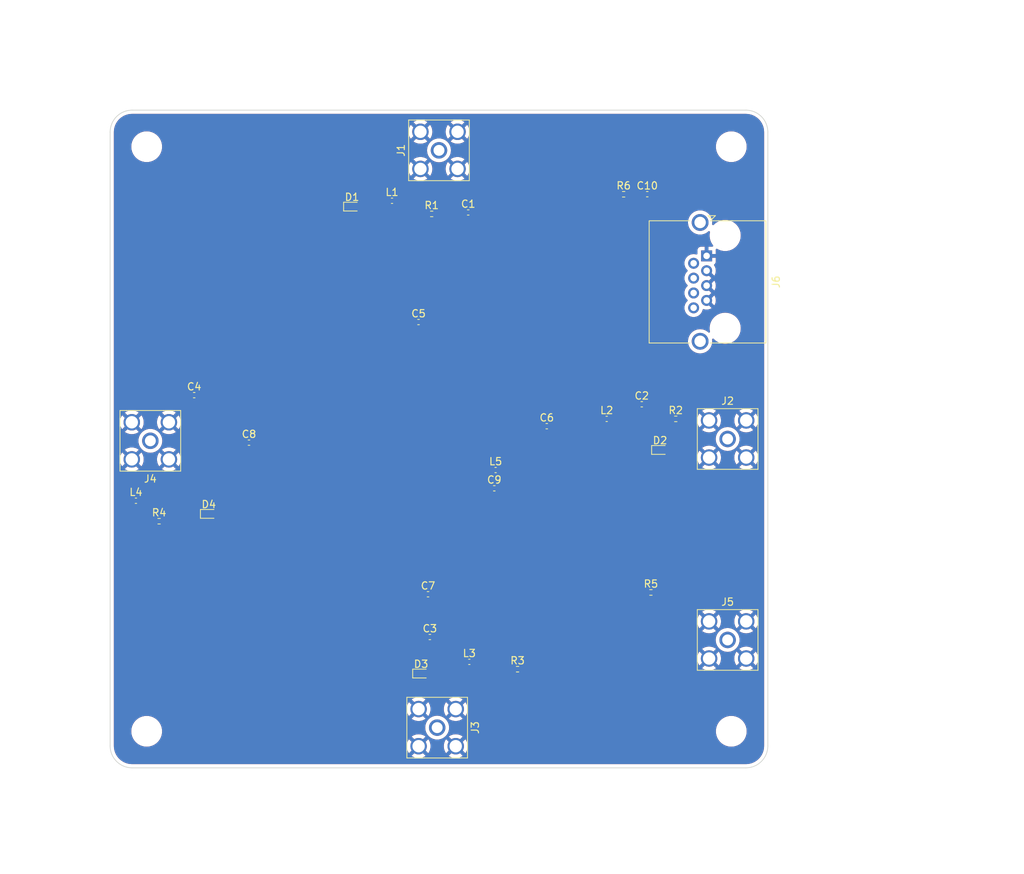
<source format=kicad_pcb>
(kicad_pcb (version 20211014) (generator pcbnew)
  (layers (0 "F.Cu" signal) (31 "B.Cu" signal) (34 "B.Paste" user) (35 "F.Paste" user) (36 "B.SilkS" user "B.Silkscreen") (37 "F.SilkS" user "F.Silkscreen") (38 "B.Mask" user) (39 "F.Mask" user) (44 "Edge.Cuts" user))
  (net 0 "")
  (net 1 "Net-(C1-Pad1)")
  (net 2 "/RF_COM")
  (net 3 "Net-(C2-Pad1)")
  (net 4 "Net-(C3-Pad1)")
  (net 5 "Net-(C4-Pad1)")
  (net 6 "Net-(C5-Pad1)")
  (net 7 "GND")
  (net 8 "Net-(C6-Pad1)")
  (net 9 "Net-(C7-Pad1)")
  (net 10 "Net-(C8-Pad1)")
  (net 11 "/RF_OUT")
  (net 12 "Net-(J6-PadSH)")
  (net 13 "Net-(D1-Pad1)")
  (net 14 "Net-(D2-Pad1)")
  (net 15 "Net-(D3-Pad1)")
  (net 16 "Net-(D4-Pad1)")
  (net 17 "W_BIAS")
  (net 18 "S_BIAS")
  (net 19 "E_BIAS")
  (net 20 "N_BIAS")
  (footprint "Diode_SMD:D_SOD-523" (layer "F.Cu") (at 113.1 53.2)
    (fp_text reference "D1" (at 0 -1.3) (layer "F.SilkS"))
    (fp_text value "D")
    (fp_line (start 0.7 -0.6) (end -1.15 -0.6) (layer "F.SilkS") (width 0.12))
    (fp_line (start 0.7 0.6) (end -1.15 0.6) (layer "F.SilkS") (width 0.12))
    (fp_line (start -1.15 -0.6) (end -1.15 0.6) (layer "F.SilkS") (width 0.12))
    (pad "1" smd rect (at -0.7 0 180) (size 0.6 0.7) (layers "F.Cu" "F.Paste" "F.Mask") (net 13 "Net-(D1-Pad1)"))
    (pad "2" smd rect (at 0.7 0 180) (size 0.6 0.7) (layers "F.Cu" "F.Paste" "F.Mask") (net 1 "Net-(C1-Pad1)"))
  )
  (footprint "Capacitor_SMD:C_0402_1005Metric_Pad0.74x0.62mm_HandSolder" (layer "F.Cu") (at 129 54)
    (fp_text reference "C1" (at 0 -1.16) (layer "F.SilkS"))
    (fp_text value "C")
    (fp_line (start -0.115835 0.36) (end 0.115835 0.36) (layer "F.SilkS") (width 0.12))
    (fp_line (start -0.115835 -0.36) (end 0.115835 -0.36) (layer "F.SilkS") (width 0.12))
    (pad "1" smd roundrect (at -0.5675 0) (size 0.735 0.62) (layers "F.Cu" "F.Paste" "F.Mask") (net 1 "Net-(C1-Pad1)"))
    (pad "2" smd roundrect (at 0.5675 0) (size 0.735 0.62) (layers "F.Cu" "F.Paste" "F.Mask") (net 2 "/RF_COM"))
  )
  (footprint "Capacitor_SMD:C_0402_1005Metric_Pad0.74x0.62mm_HandSolder" (layer "F.Cu") (at 123.5 106.25)
    (fp_text reference "C7" (at 0 -1.16) (layer "F.SilkS"))
    (fp_text value "C")
    (fp_line (start -0.115835 -0.36) (end 0.115835 -0.36) (layer "F.SilkS") (width 0.12))
    (fp_line (start -0.115835 0.36) (end 0.115835 0.36) (layer "F.SilkS") (width 0.12))
    (pad "1" smd roundrect (at -0.5675 0) (size 0.735 0.62) (layers "F.Cu" "F.Paste" "F.Mask") (net 9 "Net-(C7-Pad1)"))
    (pad "2" smd roundrect (at 0.5675 0) (size 0.735 0.62) (layers "F.Cu" "F.Paste" "F.Mask") (net 7 "GND"))
  )
  (footprint "Connector_RJ:RJ45_Amphenol_RJHSE5380" (layer "F.Cu") (at 161.625 59.94 -90)
    (fp_text reference "J6" (at 3.56 -9.5 90) (layer "F.SilkS"))
    (fp_text value "RJ45_Shielded")
    (fp_line (start -4.805 7.86) (end -4.805 2.3) (layer "F.SilkS") (width 0.12))
    (fp_line (start -5.5 -1.2) (end -5 -0.7) (layer "F.SilkS") (width 0.12))
    (fp_line (start -4.76 7.86) (end 11.925 7.86) (layer "F.SilkS") (width 0.12))
    (fp_line (start -4.76 -8.11) (end 11.88 -8.11) (layer "F.SilkS") (width 0.12))
    (fp_line (start -5 -0.7) (end -5.5 -0.2) (layer "F.SilkS") (width 0.12))
    (fp_line (start 11.925 -8.11) (end 11.925 -0.5) (layer "F.SilkS") (width 0.12))
    (fp_line (start -4.805 -8.11) (end -4.805 -0.5) (layer "F.SilkS") (width 0.12))
    (fp_line (start 11.925 7.86) (end 11.925 2.3) (layer "F.SilkS") (width 0.12))
    (fp_line (start -5.5 -0.2) (end -5.5 -1.2) (layer "F.SilkS") (width 0.12))
    (pad "" np_thru_hole circle (at -2.79 -2.54 270) (size 3.25 3.25) (drill 3.25) (layers *.Cu *.Mask))
    (pad "" np_thru_hole circle (at 9.91 -2.54 270) (size 3.25 3.25) (drill 3.25) (layers *.Cu *.Mask))
    (pad "1" thru_hole rect (at 0 0 270) (size 1.5 1.5) (drill 0.89) (layers *.Cu *.Mask) (net 7 "GND"))
    (pad "2" thru_hole circle (at 1.016 1.78 270) (size 1.5 1.5) (drill 0.89) (layers *.Cu *.Mask) (net 17 "W_BIAS"))
    (pad "3" thru_hole circle (at 2.032 0 270) (size 1.5 1.5) (drill 0.89) (layers *.Cu *.Mask) (net 7 "GND"))
    (pad "4" thru_hole circle (at 3.048 1.78 270) (size 1.5 1.5) (drill 0.89) (layers *.Cu *.Mask) (net 18 "S_BIAS"))
    (pad "5" thru_hole circle (at 4.064 0 270) (size 1.5 1.5) (drill 0.89) (layers *.Cu *.Mask) (net 7 "GND"))
    (pad "6" thru_hole circle (at 5.08 1.78 270) (size 1.5 1.5) (drill 0.89) (layers *.Cu *.Mask) (net 19 "E_BIAS"))
    (pad "7" thru_hole circle (at 6.096 0 270) (size 1.5 1.5) (drill 0.89) (layers *.Cu *.Mask) (net 7 "GND"))
    (pad "8" thru_hole circle (at 7.112 1.78 270) (size 1.5 1.5) (drill 0.89) (layers *.Cu *.Mask) (net 20 "N_BIAS"))
    (pad "SH" thru_hole circle (at -4.57 0.89 270) (size 2.3 2.3) (drill 1.57) (layers *.Cu *.Mask) (net 12 "Net-(J6-PadSH)"))
    (pad "SH" thru_hole circle (at 11.69 0.89 270) (size 2.3 2.3) (drill 1.57) (layers *.Cu *.Mask) (net 12 "Net-(J6-PadSH)"))
  )
  (footprint "Capacitor_SMD:C_0402_1005Metric_Pad0.74x0.62mm_HandSolder" (layer "F.Cu") (at 91.5 79)
    (fp_text reference "C4" (at 0 -1.16) (layer "F.SilkS"))
    (fp_text value "C")
    (fp_line (start -0.115835 -0.36) (end 0.115835 -0.36) (layer "F.SilkS") (width 0.12))
    (fp_line (start -0.115835 0.36) (end 0.115835 0.36) (layer "F.SilkS") (width 0.12))
    (pad "1" smd roundrect (at -0.5675 0) (size 0.735 0.62) (layers "F.Cu" "F.Paste" "F.Mask") (net 5 "Net-(C4-Pad1)"))
    (pad "2" smd roundrect (at 0.5675 0) (size 0.735 0.62) (layers "F.Cu" "F.Paste" "F.Mask") (net 2 "/RF_COM"))
  )
  (footprint "MountingHole:MountingHole_3.2mm_M3" (layer "F.Cu") (at 165 45)
    (fp_text reference "H4" hide)
    (fp_text value "MountingHole")
    (pad "" np_thru_hole circle locked (at 0 0) (size 3.2 3.2) (drill 3.2) (layers *.Cu *.Mask))
  )
  (footprint "Connector_Coaxial:SMA_Amphenol_132203-12_Horizontal" (layer "F.Cu") (at 124.75 124.5 180)
    (fp_text reference "J3" (at -5.2 0 90) (layer "F.SilkS"))
    (fp_text value "Conn_Coaxial")
    (fp_line (start -4.15 -4.15) (end -4.15 4.15) (layer "F.SilkS") (width 0.12))
    (fp_line (start -4.15 -4.15) (end 4.15 -4.15) (layer "F.SilkS") (width 0.12))
    (fp_line (start -4.15 4.15) (end 4.15 4.15) (layer "F.SilkS") (width 0.12))
    (fp_line (start 4.15 -4.15) (end 4.15 4.15) (layer "F.SilkS") (width 0.12))
    (pad "1" thru_hole circle locked (at 0 0 180) (size 2.25 2.25) (drill 1.5) (layers *.Cu *.Mask) (net 15 "Net-(D3-Pad1)"))
    (pad "2" thru_hole circle locked (at 2.54 2.54 270) (size 2.25 2.25) (drill 1.7) (layers *.Cu *.Mask) (net 7 "GND"))
    (pad "2" thru_hole circle locked (at -2.54 -2.54 180) (size 2.25 2.25) (drill 1.7) (layers *.Cu *.Mask) (net 7 "GND"))
    (pad "2" thru_hole circle locked (at -2.54 2.54 180) (size 2.25 2.25) (drill 1.7) (layers *.Cu *.Mask) (net 7 "GND"))
    (pad "2" thru_hole circle locked (at 2.54 -2.54 180) (size 2.25 2.25) (drill 1.7) (layers *.Cu *.Mask) (net 7 "GND"))
  )
  (footprint "Inductor_SMD:L_0402_1005Metric_Pad0.77x0.64mm_HandSolder" (layer "F.Cu") (at 132.75 89.25)
    (fp_text reference "L5" (at 0 -1.17) (layer "F.SilkS"))
    (fp_text value "L")
    (fp_line (start -0.1002 0.36) (end 0.1002 0.36) (layer "F.SilkS") (width 0.12))
    (fp_line (start -0.1002 -0.36) (end 0.1002 -0.36) (layer "F.SilkS") (width 0.12))
    (pad "1" smd roundrect (at -0.5725 0) (size 0.765 0.64) (layers "F.Cu" "F.Paste" "F.Mask") (net 2 "/RF_COM"))
    (pad "2" smd roundrect (at 0.5725 0) (size 0.765 0.64) (layers "F.Cu" "F.Paste" "F.Mask") (net 11 "/RF_OUT"))
  )
  (footprint "Inductor_SMD:L_0402_1005Metric_Pad0.77x0.64mm_HandSolder" (layer "F.Cu") (at 83.5275 93.45)
    (fp_text reference "L4" (at 0 -1.17) (layer "F.SilkS"))
    (fp_text value "L")
    (fp_line (start -0.1002 0.36) (end 0.1002 0.36) (layer "F.SilkS") (width 0.12))
    (fp_line (start -0.1002 -0.36) (end 0.1002 -0.36) (layer "F.SilkS") (width 0.12))
    (pad "1" smd roundrect (at -0.5725 0) (size 0.765 0.64) (layers "F.Cu" "F.Paste" "F.Mask") (net 5 "Net-(C4-Pad1)"))
    (pad "2" smd roundrect (at 0.5725 0) (size 0.765 0.64) (layers "F.Cu" "F.Paste" "F.Mask") (net 10 "Net-(C8-Pad1)"))
  )
  (footprint "Diode_SMD:D_SOD-523" (layer "F.Cu") (at 155.25 86.5)
    (fp_text reference "D2" (at 0 -1.3) (layer "F.SilkS"))
    (fp_text value "D")
    (fp_line (start -1.15 -0.6) (end -1.15 0.6) (layer "F.SilkS") (width 0.12))
    (fp_line (start 0.7 0.6) (end -1.15 0.6) (layer "F.SilkS") (width 0.12))
    (fp_line (start 0.7 -0.6) (end -1.15 -0.6) (layer "F.SilkS") (width 0.12))
    (pad "1" smd rect (at -0.7 0 180) (size 0.6 0.7) (layers "F.Cu" "F.Paste" "F.Mask") (net 14 "Net-(D2-Pad1)"))
    (pad "2" smd rect (at 0.7 0 180) (size 0.6 0.7) (layers "F.Cu" "F.Paste" "F.Mask") (net 3 "Net-(C2-Pad1)"))
  )
  (footprint "Capacitor_SMD:C_0402_1005Metric_Pad0.74x0.62mm_HandSolder" (layer "F.Cu") (at 153.5 51.5)
    (fp_text reference "C10" (at 0 -1.16) (layer "F.SilkS"))
    (fp_text value "C")
    (fp_line (start -0.115835 -0.36) (end 0.115835 -0.36) (layer "F.SilkS") (width 0.12))
    (fp_line (start -0.115835 0.36) (end 0.115835 0.36) (layer "F.SilkS") (width 0.12))
    (pad "1" smd roundrect (at -0.5675 0) (size 0.735 0.62) (layers "F.Cu" "F.Paste" "F.Mask") (net 12 "Net-(J6-PadSH)"))
    (pad "2" smd roundrect (at 0.5675 0) (size 0.735 0.62) (layers "F.Cu" "F.Paste" "F.Mask") (net 7 "GND"))
  )
  (footprint "MountingHole:MountingHole_3.2mm_M3" (layer "F.Cu") (at 165 125)
    (fp_text reference "H2" hide)
    (fp_text value "MountingHole")
    (pad "" np_thru_hole circle locked (at 0 0) (size 3.2 3.2) (drill 3.2) (layers *.Cu *.Mask))
  )
  (footprint "Inductor_SMD:L_0402_1005Metric_Pad0.77x0.64mm_HandSolder" (layer "F.Cu") (at 118.5725 52.4)
    (fp_text reference "L1" (at 0 -1.17) (layer "F.SilkS"))
    (fp_text value "L")
    (fp_line (start -0.1002 0.36) (end 0.1002 0.36) (layer "F.SilkS") (width 0.12))
    (fp_line (start -0.1002 -0.36) (end 0.1002 -0.36) (layer "F.SilkS") (width 0.12))
    (pad "1" smd roundrect (at -0.5725 0) (size 0.765 0.64) (layers "F.Cu" "F.Paste" "F.Mask") (net 1 "Net-(C1-Pad1)"))
    (pad "2" smd roundrect (at 0.5725 0) (size 0.765 0.64) (layers "F.Cu" "F.Paste" "F.Mask") (net 6 "Net-(C5-Pad1)"))
  )
  (footprint "Resistor_SMD:R_0402_1005Metric_Pad0.72x0.64mm_HandSolder" (layer "F.Cu") (at 157.4025 82.25)
    (fp_text reference "R2" (at 0 -1.17) (layer "F.SilkS"))
    (fp_text value "R")
    (fp_line (start -0.167621 0.38) (end 0.167621 0.38) (layer "F.SilkS") (width 0.12))
    (fp_line (start -0.167621 -0.38) (end 0.167621 -0.38) (layer "F.SilkS") (width 0.12))
    (pad "1" smd roundrect (at -0.5975 0) (size 0.715 0.64) (layers "F.Cu" "F.Paste" "F.Mask") (net 8 "Net-(C6-Pad1)"))
    (pad "2" smd roundrect (at 0.5975 0) (size 0.715 0.64) (layers "F.Cu" "F.Paste" "F.Mask") (net 19 "E_BIAS"))
  )
  (footprint "MountingHole:MountingHole_3.2mm_M3" (layer "F.Cu") (at 85 45)
    (fp_text reference "H3" hide)
    (fp_text value "MountingHole")
    (pad "" np_thru_hole circle locked (at 0 0) (size 3.2 3.2) (drill 3.2) (layers *.Cu *.Mask))
  )
  (footprint "Resistor_SMD:R_0402_1005Metric_Pad0.72x0.64mm_HandSolder" (layer "F.Cu") (at 124 54.2)
    (fp_text reference "R1" (at 0 -1.17) (layer "F.SilkS"))
    (fp_text value "R")
    (fp_line (start -0.167621 -0.38) (end 0.167621 -0.38) (layer "F.SilkS") (width 0.12))
    (fp_line (start -0.167621 0.38) (end 0.167621 0.38) (layer "F.SilkS") (width 0.12))
    (pad "1" smd roundrect (at -0.5975 0) (size 0.715 0.64) (layers "F.Cu" "F.Paste" "F.Mask") (net 6 "Net-(C5-Pad1)"))
    (pad "2" smd roundrect (at 0.5975 0) (size 0.715 0.64) (layers "F.Cu" "F.Paste" "F.Mask") (net 20 "N_BIAS"))
  )
  (footprint "Capacitor_SMD:C_0402_1005Metric_Pad0.74x0.62mm_HandSolder" (layer "F.Cu") (at 139.75 83.25)
    (fp_text reference "C6" (at 0 -1.16) (layer "F.SilkS"))
    (fp_text value "C")
    (fp_line (start -0.115835 0.36) (end 0.115835 0.36) (layer "F.SilkS") (width 0.12))
    (fp_line (start -0.115835 -0.36) (end 0.115835 -0.36) (layer "F.SilkS") (width 0.12))
    (pad "1" smd roundrect (at -0.5675 0) (size 0.735 0.62) (layers "F.Cu" "F.Paste" "F.Mask") (net 8 "Net-(C6-Pad1)"))
    (pad "2" smd roundrect (at 0.5675 0) (size 0.735 0.62) (layers "F.Cu" "F.Paste" "F.Mask") (net 7 "GND"))
  )
  (footprint "Capacitor_SMD:C_0402_1005Metric_Pad0.74x0.62mm_HandSolder" (layer "F.Cu") (at 122.2 69)
    (fp_text reference "C5" (at 0 -1.16) (layer "F.SilkS"))
    (fp_text value "C")
    (fp_line (start -0.115835 0.36) (end 0.115835 0.36) (layer "F.SilkS") (width 0.12))
    (fp_line (start -0.115835 -0.36) (end 0.115835 -0.36) (layer "F.SilkS") (width 0.12))
    (pad "1" smd roundrect (at -0.5675 0) (size 0.735 0.62) (layers "F.Cu" "F.Paste" "F.Mask") (net 6 "Net-(C5-Pad1)"))
    (pad "2" smd roundrect (at 0.5675 0) (size 0.735 0.62) (layers "F.Cu" "F.Paste" "F.Mask") (net 7 "GND"))
  )
  (footprint "Capacitor_SMD:C_0402_1005Metric_Pad0.74x0.62mm_HandSolder" (layer "F.Cu") (at 152.75 80.25)
    (fp_text reference "C2" (at 0 -1.16) (layer "F.SilkS"))
    (fp_text value "C")
    (fp_line (start -0.115835 0.36) (end 0.115835 0.36) (layer "F.SilkS") (width 0.12))
    (fp_line (start -0.115835 -0.36) (end 0.115835 -0.36) (layer "F.SilkS") (width 0.12))
    (pad "1" smd roundrect (at -0.5675 0) (size 0.735 0.62) (layers "F.Cu" "F.Paste" "F.Mask") (net 3 "Net-(C2-Pad1)"))
    (pad "2" smd roundrect (at 0.5675 0) (size 0.735 0.62) (layers "F.Cu" "F.Paste" "F.Mask") (net 2 "/RF_COM"))
  )
  (footprint "Diode_SMD:D_SOD-523" (layer "F.Cu") (at 93.5 95.25)
    (fp_text reference "D4" (at 0 -1.3) (layer "F.SilkS"))
    (fp_text value "D")
    (fp_line (start 0.7 -0.6) (end -1.15 -0.6) (layer "F.SilkS") (width 0.12))
    (fp_line (start -1.15 -0.6) (end -1.15 0.6) (layer "F.SilkS") (width 0.12))
    (fp_line (start 0.7 0.6) (end -1.15 0.6) (layer "F.SilkS") (width 0.12))
    (pad "1" smd rect (at -0.7 0 180) (size 0.6 0.7) (layers "F.Cu" "F.Paste" "F.Mask") (net 16 "Net-(D4-Pad1)"))
    (pad "2" smd rect (at 0.7 0 180) (size 0.6 0.7) (layers "F.Cu" "F.Paste" "F.Mask") (net 5 "Net-(C4-Pad1)"))
  )
  (footprint "Capacitor_SMD:C_0402_1005Metric_Pad0.74x0.62mm_HandSolder" (layer "F.Cu") (at 99 85.5)
    (fp_text reference "C8" (at 0 -1.16) (layer "F.SilkS"))
    (fp_text value "C")
    (fp_line (start -0.115835 -0.36) (end 0.115835 -0.36) (layer "F.SilkS") (width 0.12))
    (fp_line (start -0.115835 0.36) (end 0.115835 0.36) (layer "F.SilkS") (width 0.12))
    (pad "1" smd roundrect (at -0.5675 0) (size 0.735 0.62) (layers "F.Cu" "F.Paste" "F.Mask") (net 10 "Net-(C8-Pad1)"))
    (pad "2" smd roundrect (at 0.5675 0) (size 0.735 0.62) (layers "F.Cu" "F.Paste" "F.Mask") (net 7 "GND"))
  )
  (footprint "MountingHole:MountingHole_3.2mm_M3" (layer "F.Cu") (at 85 125)
    (fp_text reference "H1" hide)
    (fp_text value "MountingHole")
    (pad "" np_thru_hole circle locked (at 0 0) (size 3.2 3.2) (drill 3.2) (layers *.Cu *.Mask))
  )
  (footprint "Connector_Coaxial:SMA_Amphenol_132203-12_Horizontal" (layer "F.Cu") (at 85.5 85.25 90)
    (fp_text reference "J4" (at -5.2 0) (layer "F.SilkS"))
    (fp_text value "Conn_Coaxial")
    (fp_line (start 4.15 -4.15) (end 4.15 4.15) (layer "F.SilkS") (width 0.12))
    (fp_line (start -4.15 4.15) (end 4.15 4.15) (layer "F.SilkS") (width 0.12))
    (fp_line (start -4.15 -4.15) (end 4.15 -4.15) (layer "F.SilkS") (width 0.12))
    (fp_line (start -4.15 -4.15) (end -4.15 4.15) (layer "F.SilkS") (width 0.12))
    (pad "1" thru_hole circle locked (at 0 0 90) (size 2.25 2.25) (drill 1.5) (layers *.Cu *.Mask) (net 16 "Net-(D4-Pad1)"))
    (pad "2" thru_hole circle locked (at -2.54 -2.54 90) (size 2.25 2.25) (drill 1.7) (layers *.Cu *.Mask) (net 7 "GND"))
    (pad "2" thru_hole circle locked (at -2.54 2.54 90) (size 2.25 2.25) (drill 1.7) (layers *.Cu *.Mask) (net 7 "GND"))
    (pad "2" thru_hole circle locked (at 2.54 2.54 180) (size 2.25 2.25) (drill 1.7) (layers *.Cu *.Mask) (net 7 "GND"))
    (pad "2" thru_hole circle locked (at 2.54 -2.54 90) (size 2.25 2.25) (drill 1.7) (layers *.Cu *.Mask) (net 7 "GND"))
  )
  (footprint "Capacitor_SMD:C_0402_1005Metric_Pad0.74x0.62mm_HandSolder" (layer "F.Cu") (at 123.75 112.1)
    (fp_text reference "C3" (at 0 -1.16) (layer "F.SilkS"))
    (fp_text value "C")
    (fp_line (start -0.115835 -0.36) (end 0.115835 -0.36) (layer "F.SilkS") (width 0.12))
    (fp_line (start -0.115835 0.36) (end 0.115835 0.36) (layer "F.SilkS") (width 0.12))
    (pad "1" smd roundrect (at -0.5675 0) (size 0.735 0.62) (layers "F.Cu" "F.Paste" "F.Mask") (net 4 "Net-(C3-Pad1)"))
    (pad "2" smd roundrect (at 0.5675 0) (size 0.735 0.62) (layers "F.Cu" "F.Paste" "F.Mask") (net 2 "/RF_COM"))
  )
  (footprint "Inductor_SMD:L_0402_1005Metric_Pad0.77x0.64mm_HandSolder" (layer "F.Cu") (at 129.15 115.5)
    (fp_text reference "L3" (at 0 -1.17) (layer "F.SilkS"))
    (fp_text value "L")
    (fp_line (start -0.1002 -0.36) (end 0.1002 -0.36) (layer "F.SilkS") (width 0.12))
    (fp_line (start -0.1002 0.36) (end 0.1002 0.36) (layer "F.SilkS") (width 0.12))
    (pad "1" smd roundrect (at -0.5725 0) (size 0.765 0.64) (layers "F.Cu" "F.Paste" "F.Mask") (net 4 "Net-(C3-Pad1)"))
    (pad "2" smd roundrect (at 0.5725 0) (size 0.765 0.64) (layers "F.Cu" "F.Paste" "F.Mask") (net 9 "Net-(C7-Pad1)"))
  )
  (footprint "Capacitor_SMD:C_0402_1005Metric_Pad0.74x0.62mm_HandSolder" (layer "F.Cu") (at 132.5675 91.75)
    (fp_text reference "C9" (at 0 -1.16) (layer "F.SilkS"))
    (fp_text value "C")
    (fp_line (start -0.115835 -0.36) (end 0.115835 -0.36) (layer "F.SilkS") (width 0.12))
    (fp_line (start -0.115835 0.36) (end 0.115835 0.36) (layer "F.SilkS") (width 0.12))
    (pad "1" smd roundrect (at -0.5675 0) (size 0.735 0.62) (layers "F.Cu" "F.Paste" "F.Mask") (net 11 "/RF_OUT"))
    (pad "2" smd roundrect (at 0.5675 0) (size 0.735 0.62) (layers "F.Cu" "F.Paste" "F.Mask") (net 7 "GND"))
  )
  (footprint "Resistor_SMD:R_0402_1005Metric_Pad0.72x0.64mm_HandSolder" (layer "F.Cu") (at 154 106)
    (fp_text reference "R5" (at 0 -1.17) (layer "F.SilkS"))
    (fp_text value "R")
    (fp_line (start -0.167621 0.38) (end 0.167621 0.38) (layer "F.SilkS") (width 0.12))
    (fp_line (start -0.167621 -0.38) (end 0.167621 -0.38) (layer "F.SilkS") (width 0.12))
    (pad "1" smd roundrect (at -0.5975 0) (size 0.715 0.64) (layers "F.Cu" "F.Paste" "F.Mask") (net 11 "/RF_OUT"))
    (pad "2" smd roundrect (at 0.5975 0) (size 0.715 0.64) (layers "F.Cu" "F.Paste" "F.Mask") (net 7 "GND"))
  )
  (footprint "Connector_Coaxial:SMA_Amphenol_132203-12_Horizontal" (layer "F.Cu") (at 164.5 112.5 -90)
    (fp_text reference "J5" (at -5.2 0) (layer "F.SilkS"))
    (fp_text value "Conn_Coaxial")
    (fp_line (start -4.15 -4.15) (end -4.15 4.15) (layer "F.SilkS") (width 0.12))
    (fp_line (start -4.15 -4.15) (end 4.15 -4.15) (layer "F.SilkS") (width 0.12))
    (fp_line (start 4.15 -4.15) (end 4.15 4.15) (layer "F.SilkS") (width 0.12))
    (fp_line (start -4.15 4.15) (end 4.15 4.15) (layer "F.SilkS") (width 0.12))
    (pad "1" thru_hole circle (at 0 0 270) (size 2.25 2.25) (drill 1.5) (layers *.Cu *.Mask) (net 11 "/RF_OUT"))
    (pad "2" thru_hole circle (at -2.54 2.54 270) (size 2.25 2.25) (drill 1.7) (layers *.Cu *.Mask) (net 7 "GND"))
    (pad "2" thru_hole circle (at 2.54 -2.54 270) (size 2.25 2.25) (drill 1.7) (layers *.Cu *.Mask) (net 7 "GND"))
    (pad "2" thru_hole circle (at 2.54 2.54) (size 2.25 2.25) (drill 1.7) (layers *.Cu *.Mask) (net 7 "GND"))
    (pad "2" thru_hole circle (at -2.54 -2.54 270) (size 2.25 2.25) (drill 1.7) (layers *.Cu *.Mask) (net 7 "GND"))
  )
  (footprint "Connector_Coaxial:SMA_Amphenol_132203-12_Horizontal" (layer "F.Cu") (at 164.5 85 -90)
    (fp_text reference "J2" (at -5.2 0) (layer "F.SilkS"))
    (fp_text value "Conn_Coaxial")
    (fp_line (start -4.15 -4.15) (end -4.15 4.15) (layer "F.SilkS") (width 0.12))
    (fp_line (start -4.15 4.15) (end 4.15 4.15) (layer "F.SilkS") (width 0.12))
    (fp_line (start 4.15 -4.15) (end 4.15 4.15) (layer "F.SilkS") (width 0.12))
    (fp_line (start -4.15 -4.15) (end 4.15 -4.15) (layer "F.SilkS") (width 0.12))
    (pad "1" thru_hole circle locked (at 0 0 270) (size 2.25 2.25) (drill 1.5) (layers *.Cu *.Mask) (net 14 "Net-(D2-Pad1)"))
    (pad "2" thru_hole circle locked (at 2.54 -2.54 270) (size 2.25 2.25) (drill 1.7) (layers *.Cu *.Mask) (net 7 "GND"))
    (pad "2" thru_hole circle locked (at 2.54 2.54) (size 2.25 2.25) (drill 1.7) (layers *.Cu *.Mask) (net 7 "GND"))
    (pad "2" thru_hole circle locked (at -2.54 -2.54 270) (size 2.25 2.25) (drill 1.7) (layers *.Cu *.Mask) (net 7 "GND"))
    (pad "2" thru_hole circle locked (at -2.54 2.54 270) (size 2.25 2.25) (drill 1.7) (layers *.Cu *.Mask) (net 7 "GND"))
  )
  (footprint "Resistor_SMD:R_0402_1005Metric_Pad0.72x0.64mm_HandSolder" (layer "F.Cu") (at 135.75 116.5)
    (fp_text reference "R3" (at 0 -1.17) (layer "F.SilkS"))
    (fp_text value "R")
    (fp_line (start -0.167621 -0.38) (end 0.167621 -0.38) (layer "F.SilkS") (width 0.12))
    (fp_line (start -0.167621 0.38) (end 0.167621 0.38) (layer "F.SilkS") (width 0.12))
    (pad "1" smd roundrect (at -0.5975 0) (size 0.715 0.64) (layers "F.Cu" "F.Paste" "F.Mask") (net 9 "Net-(C7-Pad1)"))
    (pad "2" smd roundrect (at 0.5975 0) (size 0.715 0.64) (layers "F.Cu" "F.Paste" "F.Mask") (net 18 "S_BIAS"))
  )
  (footprint "Resistor_SMD:R_0402_1005Metric_Pad0.72x0.64mm_HandSolder" (layer "F.Cu") (at 86.7 96.25)
    (fp_text reference "R4" (at 0 -1.17) (layer "F.SilkS"))
    (fp_text value "R")
    (fp_line (start -0.167621 0.38) (end 0.167621 0.38) (layer "F.SilkS") (width 0.12))
    (fp_line (start -0.167621 -0.38) (end 0.167621 -0.38) (layer "F.SilkS") (width 0.12))
    (pad "1" smd roundrect (at -0.5975 0) (size 0.715 0.64) (layers "F.Cu" "F.Paste" "F.Mask") (net 10 "Net-(C8-Pad1)"))
    (pad "2" smd roundrect (at 0.5975 0) (size 0.715 0.64) (layers "F.Cu" "F.Paste" "F.Mask") (net 17 "W_BIAS"))
  )
  (footprint "Resistor_SMD:R_0402_1005Metric_Pad0.72x0.64mm_HandSolder" (layer "F.Cu") (at 150.27 51.51)
    (fp_text reference "R6" (at 0 -1.17) (layer "F.SilkS"))
    (fp_text value "R")
    (fp_line (start -0.167621 -0.38) (end 0.167621 -0.38) (layer "F.SilkS") (width 0.12))
    (fp_line (start -0.167621 0.38) (end 0.167621 0.38) (layer "F.SilkS") (width 0.12))
    (pad "1" smd roundrect (at -0.5975 0) (size 0.715 0.64) (layers "F.Cu" "F.Paste" "F.Mask") (net 12 "Net-(J6-PadSH)"))
    (pad "2" smd roundrect (at 0.5975 0) (size 0.715 0.64) (layers "F.Cu" "F.Paste" "F.Mask") (net 7 "GND"))
  )
  (footprint "Inductor_SMD:L_0402_1005Metric_Pad0.77x0.64mm_HandSolder" (layer "F.Cu") (at 147.95 82.25)
    (fp_text reference "L2" (at 0 -1.17) (layer "F.SilkS"))
    (fp_text value "L")
    (fp_line (start -0.1002 -0.36) (end 0.1002 -0.36) (layer "F.SilkS") (width 0.12))
    (fp_line (start -0.1002 0.36) (end 0.1002 0.36) (layer "F.SilkS") (width 0.12))
    (pad "1" smd roundrect (at -0.5725 0) (size 0.765 0.64) (layers "F.Cu" "F.Paste" "F.Mask") (net 3 "Net-(C2-Pad1)"))
    (pad "2" smd roundrect (at 0.5725 0) (size 0.765 0.64) (layers "F.Cu" "F.Paste" "F.Mask") (net 8 "Net-(C6-Pad1)"))
  )
  (footprint "Connector_Coaxial:SMA_Amphenol_132203-12_Horizontal" (layer "F.Cu") (at 125 45.5)
    (fp_text reference "J1" (at -5.2 0 90) (layer "F.SilkS"))
    (fp_text value "Conn_Coaxial")
    (fp_line (start -4.15 -4.15) (end -4.15 4.15) (layer "F.SilkS") (width 0.12))
    (fp_line (start -4.15 4.15) (end 4.15 4.15) (layer "F.SilkS") (width 0.12))
    (fp_line (start -4.15 -4.15) (end 4.15 -4.15) (layer "F.SilkS") (width 0.12))
    (fp_line (start 4.15 -4.15) (end 4.15 4.15) (layer "F.SilkS") (width 0.12))
    (pad "1" thru_hole circle locked (at 0 0) (size 2.25 2.25) (drill 1.5) (layers *.Cu *.Mask) (net 13 "Net-(D1-Pad1)"))
    (pad "2" thru_hole circle locked (at -2.54 2.54) (size 2.25 2.25) (drill 1.7) (layers *.Cu *.Mask) (net 7 "GND"))
    (pad "2" thru_hole circle locked (at -2.54 -2.54) (size 2.25 2.25) (drill 1.7) (layers *.Cu *.Mask) (net 7 "GND"))
    (pad "2" thru_hole circle locked (at 2.54 2.54 90) (size 2.25 2.25) (drill 1.7) (layers *.Cu *.Mask) (net 7 "GND"))
    (pad "2" thru_hole circle locked (at 2.54 -2.54) (size 2.25 2.25) (drill 1.7) (layers *.Cu *.Mask) (net 7 "GND"))
  )
  (footprint "Diode_SMD:D_SOD-523" (layer "F.Cu") (at 122.55 117.1)
    (fp_text reference "D3" (at 0 -1.3) (layer "F.SilkS"))
    (fp_text value "D")
    (fp_line (start -1.15 -0.6) (end -1.15 0.6) (layer "F.SilkS") (width 0.12))
    (fp_line (start 0.7 0.6) (end -1.15 0.6) (layer "F.SilkS") (width 0.12))
    (fp_line (start 0.7 -0.6) (end -1.15 -0.6) (layer "F.SilkS") (width 0.12))
    (pad "1" smd rect (at -0.7 0 180) (size 0.6 0.7) (layers "F.Cu" "F.Paste" "F.Mask") (net 15 "Net-(D3-Pad1)"))
    (pad "2" smd rect (at 0.7 0 180) (size 0.6 0.7) (layers "F.Cu" "F.Paste" "F.Mask") (net 4 "Net-(C3-Pad1)"))
  )
  (gr_line locked (start 170 43) (end 170 127) (layer "Edge.Cuts") (width 0.1))
  (gr_arc locked (start 83 130) (mid 80.87868 129.12132) (end 80 127) (layer "Edge.Cuts") (width 0.1))
  (gr_line locked (start 167 130) (end 83 130) (layer "Edge.Cuts") (width 0.1))
  (gr_arc locked (start 80 43) (mid 80.87868 40.87868) (end 83 40) (layer "Edge.Cuts") (width 0.1))
  (gr_line locked (start 83 40) (end 167 40) (layer "Edge.Cuts") (width 0.1))
  (gr_line locked (start 80 127) (end 80 43) (layer "Edge.Cuts") (width 0.1))
  (gr_arc locked (start 170 127) (mid 169.12132 129.12132) (end 167 130) (layer "Edge.Cuts") (width 0.1))
  (gr_arc locked (start 167 40) (mid 169.12132 40.87868) (end 170 43) (layer "Edge.Cuts") (width 0.1))
  (zone (net 7) (net_name "GND") (layers F&B.Cu) (connect_pads (clearance 0.508)) (min_thickness 0.254) (fill yes (thermal_gap 0.508) (thermal_bridge_width 0.508))
    (polygon (pts (xy 179.75 139.75) (xy 75 139.75) (xy 75 32.25) (xy 179.75 32.25)))
  )
)
</source>
